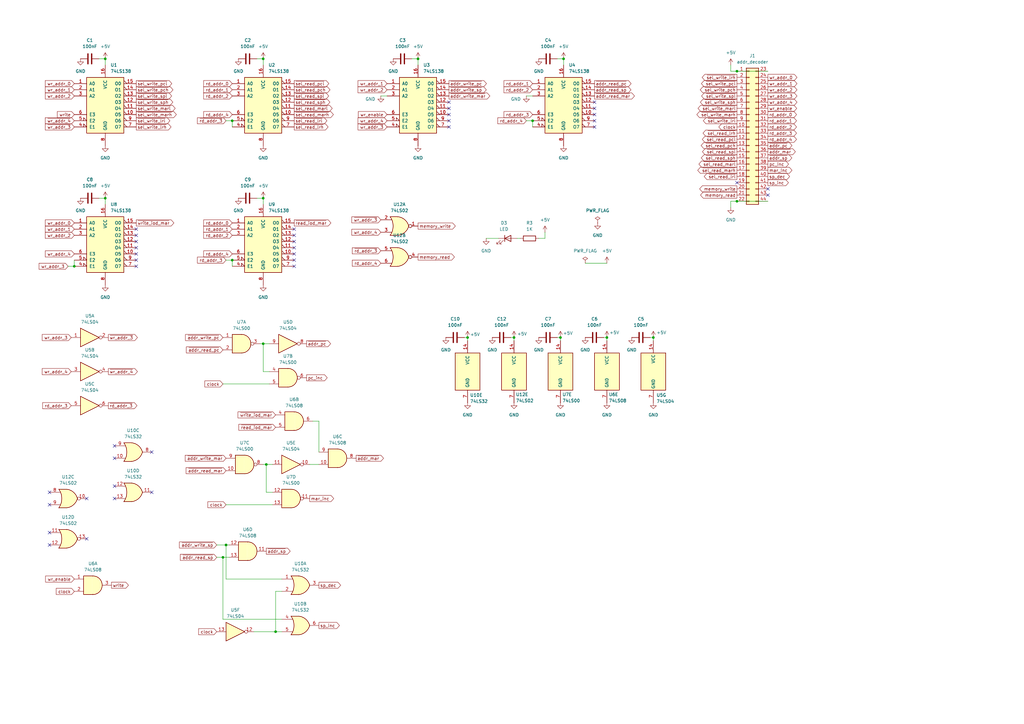
<source format=kicad_sch>
(kicad_sch (version 20250114) (generator "eeschema") (generator_version "9.0")
  (paper "A3")
  (junction (at 113.03 259.08))
  (junction (at 302.26 82.55))
  (junction (at 95.25 49.53))
  (junction (at 302.26 29.21))
  (junction (at 248.92 138.43))
  (junction (at 43.18 81.28))
  (junction (at 229.87 138.43))
  (junction (at 95.25 106.68))
  (junction (at 107.95 140.97))
  (junction (at 43.18 24.13))
  (junction (at 30.48 109.22))
  (junction (at 171.45 24.13))
  (junction (at 231.14 24.13))
  (junction (at 267.97 138.43))
  (junction (at 91.44 228.6))
  (junction (at 191.77 138.43))
  (junction (at 107.95 81.28))
  (junction (at 107.95 24.13))
  (junction (at 218.44 49.53))
  (junction (at 109.22 190.5))
  (junction (at 92.71 223.52))
  (junction (at 210.82 138.43))
  (no_connect (at 243.84 41.91))
  (no_connect (at 35.56 204.47))
  (no_connect (at 184.15 44.45))
  (no_connect (at 62.23 201.93))
  (no_connect (at 20.32 201.93))
  (no_connect (at 55.88 106.68))
  (no_connect (at 302.26 74.93))
  (no_connect (at 55.88 99.06))
  (no_connect (at 120.65 96.52))
  (no_connect (at 314.96 77.47))
  (no_connect (at 55.88 93.98))
  (no_connect (at 120.65 104.14))
  (no_connect (at 120.65 106.68))
  (no_connect (at 55.88 96.52))
  (no_connect (at 46.99 204.47))
  (no_connect (at 20.32 223.52))
  (no_connect (at 184.15 46.99))
  (no_connect (at 243.84 46.99))
  (no_connect (at 46.99 199.39))
  (no_connect (at 46.99 182.88))
  (no_connect (at 243.84 49.53))
  (no_connect (at 120.65 93.98))
  (no_connect (at 20.32 218.44))
  (no_connect (at 243.84 52.07))
  (no_connect (at 314.96 80.01))
  (no_connect (at 120.65 101.6))
  (no_connect (at 55.88 104.14))
  (no_connect (at 35.56 220.98))
  (no_connect (at 55.88 101.6))
  (no_connect (at 184.15 41.91))
  (no_connect (at 46.99 187.96))
  (no_connect (at 120.65 109.22))
  (no_connect (at 55.88 109.22))
  (no_connect (at 120.65 99.06))
  (no_connect (at 62.23 185.42))
  (no_connect (at 20.32 207.01))
  (no_connect (at 184.15 52.07))
  (no_connect (at 243.84 44.45))
  (no_connect (at 184.15 49.53))
  (wire (pts (xy 106.68 140.97) (xy 107.95 140.97)))
  (wire (pts (xy 223.52 97.79) (xy 220.98 97.79)))
  (wire (pts (xy 130.81 172.72) (xy 128.27 172.72)))
  (wire (pts (xy 105.41 24.13) (xy 107.95 24.13)))
  (wire (pts (xy 107.95 24.13) (xy 107.95 26.67)))
  (wire (pts (xy 111.76 201.93) (xy 109.22 201.93)))
  (wire (pts (xy 228.6 24.13) (xy 231.14 24.13)))
  (wire (pts (xy 171.45 24.13) (xy 171.45 26.67)))
  (wire (pts (xy 105.41 81.28) (xy 107.95 81.28)))
  (wire (pts (xy 210.82 138.43) (xy 210.82 139.7)))
  (wire (pts (xy 88.9 223.52) (xy 92.71 223.52)))
  (wire (pts (xy 91.44 228.6) (xy 93.98 228.6)))
  (wire (pts (xy 92.71 223.52) (xy 93.98 223.52)))
  (wire (pts (xy 168.91 24.13) (xy 171.45 24.13)))
  (wire (pts (xy 199.39 97.79) (xy 204.47 97.79)))
  (wire (pts (xy 231.14 24.13) (xy 231.14 26.67)))
  (wire (pts (xy 240.03 107.95) (xy 248.92 107.95)))
  (wire (pts (xy 107.95 152.4) (xy 107.95 140.97)))
  (wire (pts (xy 40.64 81.28) (xy 43.18 81.28)))
  (wire (pts (xy 191.77 138.43) (xy 191.77 139.7)))
  (wire (pts (xy 30.48 106.68) (xy 30.48 109.22)))
  (wire (pts (xy 115.57 242.57) (xy 113.03 242.57)))
  (wire (pts (xy 247.65 138.43) (xy 248.92 138.43)))
  (wire (pts (xy 130.81 185.42) (xy 130.81 172.72)))
  (wire (pts (xy 229.87 138.43) (xy 229.87 139.7)))
  (wire (pts (xy 115.57 237.49) (xy 92.71 237.49)))
  (wire (pts (xy 302.26 29.21) (xy 314.96 29.21)))
  (wire (pts (xy 215.9 49.53) (xy 218.44 49.53)))
  (wire (pts (xy 107.95 190.5) (xy 109.22 190.5)))
  (wire (pts (xy 156.21 39.37) (xy 158.75 39.37)))
  (wire (pts (xy 299.72 82.55) (xy 302.26 82.55)))
  (wire (pts (xy 95.25 49.53) (xy 95.25 52.07)))
  (wire (pts (xy 43.18 81.28) (xy 43.18 83.82)))
  (wire (pts (xy 92.71 106.68) (xy 95.25 106.68)))
  (wire (pts (xy 212.09 97.79) (xy 213.36 97.79)))
  (wire (pts (xy 109.22 190.5) (xy 111.76 190.5)))
  (wire (pts (xy 190.5 138.43) (xy 191.77 138.43)))
  (wire (pts (xy 91.44 157.48) (xy 110.49 157.48)))
  (wire (pts (xy 27.94 109.22) (xy 30.48 109.22)))
  (wire (pts (xy 127 190.5) (xy 130.81 190.5)))
  (wire (pts (xy 113.03 242.57) (xy 113.03 259.08)))
  (wire (pts (xy 91.44 254) (xy 91.44 228.6)))
  (wire (pts (xy 299.72 29.21) (xy 299.72 26.67)))
  (wire (pts (xy 107.95 140.97) (xy 110.49 140.97)))
  (wire (pts (xy 40.64 24.13) (xy 43.18 24.13)))
  (wire (pts (xy 95.25 106.68) (xy 95.25 109.22)))
  (wire (pts (xy 302.26 82.55) (xy 314.96 82.55)))
  (wire (pts (xy 107.95 81.28) (xy 107.95 83.82)))
  (wire (pts (xy 113.03 259.08) (xy 115.57 259.08)))
  (wire (pts (xy 92.71 237.49) (xy 92.71 223.52)))
  (wire (pts (xy 266.7 138.43) (xy 267.97 138.43)))
  (wire (pts (xy 302.26 29.21) (xy 299.72 29.21)))
  (wire (pts (xy 92.71 207.01) (xy 111.76 207.01)))
  (wire (pts (xy 223.52 95.25) (xy 223.52 97.79)))
  (wire (pts (xy 92.71 49.53) (xy 95.25 49.53)))
  (wire (pts (xy 228.6 138.43) (xy 229.87 138.43)))
  (wire (pts (xy 115.57 254) (xy 91.44 254)))
  (wire (pts (xy 267.97 138.43) (xy 267.97 139.7)))
  (wire (pts (xy 299.72 85.09) (xy 299.72 82.55)))
  (wire (pts (xy 110.49 152.4) (xy 107.95 152.4)))
  (wire (pts (xy 43.18 24.13) (xy 43.18 26.67)))
  (wire (pts (xy 104.14 259.08) (xy 113.03 259.08)))
  (wire (pts (xy 218.44 49.53) (xy 218.44 52.07)))
  (wire (pts (xy 88.9 228.6) (xy 91.44 228.6)))
  (wire (pts (xy 248.92 138.43) (xy 248.92 139.7)))
  (wire (pts (xy 215.9 39.37) (xy 218.44 39.37)))
  (wire (pts (xy 109.22 201.93) (xy 109.22 190.5)))
  (wire (pts (xy 209.55 138.43) (xy 210.82 138.43)))
  (global_label "wr_addr_3" (shape input) (at 27.94 109.22 180) (property "Intersheetrefs" "${INTERSHEET_REFS}" (effects (hide yes))))
  (global_label "rd_addr_0" (shape input) (at 95.25 91.44 180) (property "Intersheetrefs" "${INTERSHEET_REFS}" (effects (hide yes))))
  (global_label "rd_addr_3" (shape input) (at 218.44 46.99 180) (property "Intersheetrefs" "${INTERSHEET_REFS}" (effects (hide yes))))
  (global_label "~{sel_write_marl}" (shape output) (at 302.26 44.45 180) (property "Intersheetrefs" "${INTERSHEET_REFS}" (effects (hide yes))))
  (global_label "~{sel_write_lrl}" (shape output) (at 55.88 49.53 0) (property "Intersheetrefs" "${INTERSHEET_REFS}" (effects (hide yes))))
  (global_label "~{sel_read_spl}" (shape output) (at 120.65 39.37 0) (property "Intersheetrefs" "${INTERSHEET_REFS}" (effects (hide yes))))
  (global_label "~{sel_write_lrl}" (shape output) (at 302.26 49.53 180) (property "Intersheetrefs" "${INTERSHEET_REFS}" (effects (hide yes))))
  (global_label "rd_addr_0" (shape output) (at 314.96 46.99 0) (property "Intersheetrefs" "${INTERSHEET_REFS}" (effects (hide yes))))
  (global_label "~{sel_read_pch}" (shape output) (at 302.26 59.69 180) (property "Intersheetrefs" "${INTERSHEET_REFS}" (effects (hide yes))))
  (global_label "memory_read" (shape output) (at 302.26 80.01 180) (property "Intersheetrefs" "${INTERSHEET_REFS}" (effects (hide yes))))
  (global_label "~{addr_mar}" (shape output) (at 314.96 62.23 0) (property "Intersheetrefs" "${INTERSHEET_REFS}" (effects (hide yes))))
  (global_label "rd_addr_2" (shape output) (at 314.96 52.07 0) (property "Intersheetrefs" "${INTERSHEET_REFS}" (effects (hide yes))))
  (global_label "wr_addr_0" (shape input) (at 30.48 34.29 180) (property "Intersheetrefs" "${INTERSHEET_REFS}" (effects (hide yes))))
  (global_label "~{addr_write_mar}" (shape input) (at 92.71 187.96 180) (property "Intersheetrefs" "${INTERSHEET_REFS}" (effects (hide yes))))
  (global_label "~{sel_read_spl}" (shape output) (at 302.26 62.23 180) (property "Intersheetrefs" "${INTERSHEET_REFS}" (effects (hide yes))))
  (global_label "~{wr_addr_4}" (shape input) (at 30.48 49.53 180) (property "Intersheetrefs" "${INTERSHEET_REFS}" (effects (hide yes))))
  (global_label "~{sel_write_pch}" (shape output) (at 55.88 36.83 0) (property "Intersheetrefs" "${INTERSHEET_REFS}" (effects (hide yes))))
  (global_label "wr_addr_4" (shape input) (at 156.21 95.25 180) (property "Intersheetrefs" "${INTERSHEET_REFS}" (effects (hide yes))))
  (global_label "sp_inc" (shape output) (at 314.96 74.93 0) (property "Intersheetrefs" "${INTERSHEET_REFS}" (effects (hide yes))))
  (global_label "~{wr_addr_4}" (shape output) (at 44.45 152.4 0) (property "Intersheetrefs" "${INTERSHEET_REFS}" (effects (hide yes))))
  (global_label "~{sel_write_sph}" (shape output) (at 302.26 41.91 180) (property "Intersheetrefs" "${INTERSHEET_REFS}" (effects (hide yes))))
  (global_label "rd_addr_1" (shape input) (at 95.25 93.98 180) (property "Intersheetrefs" "${INTERSHEET_REFS}" (effects (hide yes))))
  (global_label "wr_addr_4" (shape input) (at 158.75 49.53 180) (property "Intersheetrefs" "${INTERSHEET_REFS}" (effects (hide yes))))
  (global_label "rd_addr_3" (shape input) (at 92.71 106.68 180) (property "Intersheetrefs" "${INTERSHEET_REFS}" (effects (hide yes))))
  (global_label "~{sel_read_lrl}" (shape output) (at 120.65 49.53 0) (property "Intersheetrefs" "${INTERSHEET_REFS}" (effects (hide yes))))
  (global_label "~{addr_read_sp}" (shape output) (at 243.84 36.83 0) (property "Intersheetrefs" "${INTERSHEET_REFS}" (effects (hide yes))))
  (global_label "pc_inc" (shape output) (at 314.96 67.31 0) (property "Intersheetrefs" "${INTERSHEET_REFS}" (effects (hide yes))))
  (global_label "~{addr_read_mar}" (shape output) (at 243.84 39.37 0) (property "Intersheetrefs" "${INTERSHEET_REFS}" (effects (hide yes))))
  (global_label "~{sel_write_pcl}" (shape output) (at 302.26 34.29 180) (property "Intersheetrefs" "${INTERSHEET_REFS}" (effects (hide yes))))
  (global_label "wr_addr_1" (shape input) (at 30.48 36.83 180) (property "Intersheetrefs" "${INTERSHEET_REFS}" (effects (hide yes))))
  (global_label "~{sel_write_lrh}" (shape output) (at 55.88 52.07 0) (property "Intersheetrefs" "${INTERSHEET_REFS}" (effects (hide yes))))
  (global_label "~{read_iod_mar}" (shape input) (at 113.03 175.26 180) (property "Intersheetrefs" "${INTERSHEET_REFS}" (effects (hide yes))))
  (global_label "sp_dec" (shape output) (at 314.96 72.39 0) (property "Intersheetrefs" "${INTERSHEET_REFS}" (effects (hide yes))))
  (global_label "wr_addr_4" (shape output) (at 314.96 41.91 0) (property "Intersheetrefs" "${INTERSHEET_REFS}" (effects (hide yes))))
  (global_label "wr_addr_4" (shape input) (at 29.21 152.4 180) (property "Intersheetrefs" "${INTERSHEET_REFS}" (effects (hide yes))))
  (global_label "~{wr_addr_3}" (shape input) (at 156.21 90.17 180) (property "Intersheetrefs" "${INTERSHEET_REFS}" (effects (hide yes))))
  (global_label "~{addr_write_pc}" (shape output) (at 184.15 34.29 0) (property "Intersheetrefs" "${INTERSHEET_REFS}" (effects (hide yes))))
  (global_label "wr_addr_3" (shape input) (at 29.21 138.43 180) (property "Intersheetrefs" "${INTERSHEET_REFS}" (effects (hide yes))))
  (global_label "~{rd_addr_3}" (shape input) (at 92.71 49.53 180) (property "Intersheetrefs" "${INTERSHEET_REFS}" (effects (hide yes))))
  (global_label "rd_addr_1" (shape input) (at 218.44 34.29 180) (property "Intersheetrefs" "${INTERSHEET_REFS}" (effects (hide yes))))
  (global_label "wr_addr_1" (shape output) (at 314.96 34.29 0) (property "Intersheetrefs" "${INTERSHEET_REFS}" (effects (hide yes))))
  (global_label "rd_addr_1" (shape output) (at 314.96 49.53 0) (property "Intersheetrefs" "${INTERSHEET_REFS}" (effects (hide yes))))
  (global_label "wr_addr_0" (shape output) (at 314.96 31.75 0) (property "Intersheetrefs" "${INTERSHEET_REFS}" (effects (hide yes))))
  (global_label "~{addr_read_pc}" (shape output) (at 243.84 34.29 0) (property "Intersheetrefs" "${INTERSHEET_REFS}" (effects (hide yes))))
  (global_label "write" (shape output) (at 45.72 240.03 0) (property "Intersheetrefs" "${INTERSHEET_REFS}" (effects (hide yes))))
  (global_label "~{sel_write_pcl}" (shape output) (at 55.88 34.29 0) (property "Intersheetrefs" "${INTERSHEET_REFS}" (effects (hide yes))))
  (global_label "wr_addr_3" (shape output) (at 314.96 39.37 0) (property "Intersheetrefs" "${INTERSHEET_REFS}" (effects (hide yes))))
  (global_label "wr_addr_4" (shape input) (at 30.48 104.14 180) (property "Intersheetrefs" "${INTERSHEET_REFS}" (effects (hide yes))))
  (global_label "~{addr_pc}" (shape output) (at 125.73 140.97 0) (property "Intersheetrefs" "${INTERSHEET_REFS}" (effects (hide yes))))
  (global_label "wr_addr_0" (shape input) (at 30.48 91.44 180) (property "Intersheetrefs" "${INTERSHEET_REFS}" (effects (hide yes))))
  (global_label "~{sel_read_marh}" (shape output) (at 302.26 69.85 180) (property "Intersheetrefs" "${INTERSHEET_REFS}" (effects (hide yes))))
  (global_label "~{sel_write_spl}" (shape output) (at 55.88 39.37 0) (property "Intersheetrefs" "${INTERSHEET_REFS}" (effects (hide yes))))
  (global_label "~{addr_write_sp}" (shape output) (at 184.15 36.83 0) (property "Intersheetrefs" "${INTERSHEET_REFS}" (effects (hide yes))))
  (global_label "rd_addr_3" (shape output) (at 314.96 54.61 0) (property "Intersheetrefs" "${INTERSHEET_REFS}" (effects (hide yes))))
  (global_label "~{addr_write_mar}" (shape output) (at 184.15 39.37 0) (property "Intersheetrefs" "${INTERSHEET_REFS}" (effects (hide yes))))
  (global_label "~{read_iod_mar}" (shape output) (at 120.65 91.44 0) (property "Intersheetrefs" "${INTERSHEET_REFS}" (effects (hide yes))))
  (global_label "~{sel_write_spl}" (shape output) (at 302.26 39.37 180) (property "Intersheetrefs" "${INTERSHEET_REFS}" (effects (hide yes))))
  (global_label "~{addr_read_sp}" (shape input) (at 88.9 228.6 180) (property "Intersheetrefs" "${INTERSHEET_REFS}" (effects (hide yes))))
  (global_label "~{addr_read_pc}" (shape input) (at 91.44 143.51 180) (property "Intersheetrefs" "${INTERSHEET_REFS}" (effects (hide yes))))
  (global_label "memory_read" (shape output) (at 171.45 105.41 0) (property "Intersheetrefs" "${INTERSHEET_REFS}" (effects (hide yes))))
  (global_label "rd_addr_0" (shape input) (at 95.25 34.29 180) (property "Intersheetrefs" "${INTERSHEET_REFS}" (effects (hide yes))))
  (global_label "~{addr_sp}" (shape output) (at 314.96 64.77 0) (property "Intersheetrefs" "${INTERSHEET_REFS}" (effects (hide yes))))
  (global_label "sp_inc" (shape output) (at 130.81 256.54 0) (property "Intersheetrefs" "${INTERSHEET_REFS}" (effects (hide yes))))
  (global_label "~{sel_write_marl}" (shape output) (at 55.88 44.45 0) (property "Intersheetrefs" "${INTERSHEET_REFS}" (effects (hide yes))))
  (global_label "clock" (shape output) (at 302.26 52.07 180) (property "Intersheetrefs" "${INTERSHEET_REFS}" (effects (hide yes))))
  (global_label "rd_addr_2" (shape input) (at 218.44 36.83 180) (property "Intersheetrefs" "${INTERSHEET_REFS}" (effects (hide yes))))
  (global_label "wr_enable" (shape input) (at 30.48 237.49 180) (property "Intersheetrefs" "${INTERSHEET_REFS}" (effects (hide yes))))
  (global_label "clock" (shape input) (at 88.9 259.08 180) (property "Intersheetrefs" "${INTERSHEET_REFS}" (effects (hide yes))))
  (global_label "~{sel_read_lrh}" (shape output) (at 302.26 54.61 180) (property "Intersheetrefs" "${INTERSHEET_REFS}" (effects (hide yes))))
  (global_label "~{rd_addr_3}" (shape input) (at 156.21 102.87 180) (property "Intersheetrefs" "${INTERSHEET_REFS}" (effects (hide yes))))
  (global_label "~{sel_read_marl}" (shape output) (at 302.26 67.31 180) (property "Intersheetrefs" "${INTERSHEET_REFS}" (effects (hide yes))))
  (global_label "sp_dec" (shape output) (at 130.81 240.03 0) (property "Intersheetrefs" "${INTERSHEET_REFS}" (effects (hide yes))))
  (global_label "~{sel_read_sph}" (shape output) (at 302.26 64.77 180) (property "Intersheetrefs" "${INTERSHEET_REFS}" (effects (hide yes))))
  (global_label "pc_inc" (shape output) (at 125.73 154.94 0) (property "Intersheetrefs" "${INTERSHEET_REFS}" (effects (hide yes))))
  (global_label "wr_enable" (shape output) (at 314.96 44.45 0) (property "Intersheetrefs" "${INTERSHEET_REFS}" (effects (hide yes))))
  (global_label "~{addr_write_pc}" (shape input) (at 91.44 138.43 180) (property "Intersheetrefs" "${INTERSHEET_REFS}" (effects (hide yes))))
  (global_label "~{sel_write_sph}" (shape output) (at 55.88 41.91 0) (property "Intersheetrefs" "${INTERSHEET_REFS}" (effects (hide yes))))
  (global_label "~{sel_write_marh}" (shape output) (at 55.88 46.99 0) (property "Intersheetrefs" "${INTERSHEET_REFS}" (effects (hide yes))))
  (global_label "wr_addr_2" (shape input) (at 30.48 39.37 180) (property "Intersheetrefs" "${INTERSHEET_REFS}" (effects (hide yes))))
  (global_label "~{addr_read_mar}" (shape input) (at 92.71 193.04 180) (property "Intersheetrefs" "${INTERSHEET_REFS}" (effects (hide yes))))
  (global_label "rd_addr_4" (shape input) (at 156.21 107.95 180) (property "Intersheetrefs" "${INTERSHEET_REFS}" (effects (hide yes))))
  (global_label "~{addr_write_sp}" (shape input) (at 88.9 223.52 180) (property "Intersheetrefs" "${INTERSHEET_REFS}" (effects (hide yes))))
  (global_label "~{addr_mar}" (shape output) (at 146.05 187.96 0) (property "Intersheetrefs" "${INTERSHEET_REFS}" (effects (hide yes))))
  (global_label "rd_addr_2" (shape input) (at 95.25 96.52 180) (property "Intersheetrefs" "${INTERSHEET_REFS}" (effects (hide yes))))
  (global_label "~{sel_read_marh}" (shape output) (at 120.65 46.99 0) (property "Intersheetrefs" "${INTERSHEET_REFS}" (effects (hide yes))))
  (global_label "~{sel_read_marl}" (shape output) (at 120.65 44.45 0) (property "Intersheetrefs" "${INTERSHEET_REFS}" (effects (hide yes))))
  (global_label "~{rd_addr_3}" (shape output) (at 44.45 166.37 0) (property "Intersheetrefs" "${INTERSHEET_REFS}" (effects (hide yes))))
  (global_label "wr_enable" (shape input) (at 158.75 46.99 180) (property "Intersheetrefs" "${INTERSHEET_REFS}" (effects (hide yes))))
  (global_label "~{wr_addr_3}" (shape input) (at 30.48 52.07 180) (property "Intersheetrefs" "${INTERSHEET_REFS}" (effects (hide yes))))
  (global_label "~{sel_read_lrh}" (shape output) (at 120.65 52.07 0) (property "Intersheetrefs" "${INTERSHEET_REFS}" (effects (hide yes))))
  (global_label "~{addr_pc}" (shape output) (at 314.96 59.69 0) (property "Intersheetrefs" "${INTERSHEET_REFS}" (effects (hide yes))))
  (global_label "wr_addr_1" (shape input) (at 158.75 34.29 180) (property "Intersheetrefs" "${INTERSHEET_REFS}" (effects (hide yes))))
  (global_label "clock" (shape input) (at 91.44 157.48 180) (property "Intersheetrefs" "${INTERSHEET_REFS}" (effects (hide yes))))
  (global_label "~{sel_write_lrh}" (shape output) (at 302.26 31.75 180) (property "Intersheetrefs" "${INTERSHEET_REFS}" (effects (hide yes))))
  (global_label "~{write_iod_mar}" (shape input) (at 113.03 170.18 180) (property "Intersheetrefs" "${INTERSHEET_REFS}" (effects (hide yes))))
  (global_label "rd_addr_3" (shape input) (at 29.21 166.37 180) (property "Intersheetrefs" "${INTERSHEET_REFS}" (effects (hide yes))))
  (global_label "write" (shape input) (at 30.48 46.99 180) (property "Intersheetrefs" "${INTERSHEET_REFS}" (effects (hide yes))))
  (global_label "wr_addr_2" (shape input) (at 158.75 36.83 180) (property "Intersheetrefs" "${INTERSHEET_REFS}" (effects (hide yes))))
  (global_label "wr_addr_2" (shape input) (at 30.48 96.52 180) (property "Intersheetrefs" "${INTERSHEET_REFS}" (effects (hide yes))))
  (global_label "~{sel_read_pcl}" (shape output) (at 302.26 57.15 180) (property "Intersheetrefs" "${INTERSHEET_REFS}" (effects (hide yes))))
  (global_label "rd_addr_4" (shape input) (at 95.25 46.99 180) (property "Intersheetrefs" "${INTERSHEET_REFS}" (effects (hide yes))))
  (global_label "rd_addr_2" (shape input) (at 95.25 39.37 180) (property "Intersheetrefs" "${INTERSHEET_REFS}" (effects (hide yes))))
  (global_label "~{wr_addr_3}" (shape output) (at 44.45 138.43 0) (property "Intersheetrefs" "${INTERSHEET_REFS}" (effects (hide yes))))
  (global_label "~{sel_read_lrl}" (shape output) (at 302.26 72.39 180) (property "Intersheetrefs" "${INTERSHEET_REFS}" (effects (hide yes))))
  (global_label "clock" (shape input) (at 30.48 242.57 180) (property "Intersheetrefs" "${INTERSHEET_REFS}" (effects (hide yes))))
  (global_label "mar_inc" (shape output) (at 314.96 69.85 0) (property "Intersheetrefs" "${INTERSHEET_REFS}" (effects (hide yes))))
  (global_label "wr_addr_1" (shape input) (at 30.48 93.98 180) (property "Intersheetrefs" "${INTERSHEET_REFS}" (effects (hide yes))))
  (global_label "rd_addr_1" (shape input) (at 95.25 36.83 180) (property "Intersheetrefs" "${INTERSHEET_REFS}" (effects (hide yes))))
  (global_label "~{sel_write_marh}" (shape output) (at 302.26 46.99 180) (property "Intersheetrefs" "${INTERSHEET_REFS}" (effects (hide yes))))
  (global_label "memory_write" (shape output) (at 302.26 77.47 180) (property "Intersheetrefs" "${INTERSHEET_REFS}" (effects (hide yes))))
  (global_label "~{addr_sp}" (shape output) (at 109.22 226.06 0) (property "Intersheetrefs" "${INTERSHEET_REFS}" (effects (hide yes))))
  (global_label "~{sel_read_sph}" (shape output) (at 120.65 41.91 0) (property "Intersheetrefs" "${INTERSHEET_REFS}" (effects (hide yes))))
  (global_label "rd_addr_4" (shape input) (at 215.9 49.53 180) (property "Intersheetrefs" "${INTERSHEET_REFS}" (effects (hide yes))))
  (global_label "mar_inc" (shape output) (at 127 204.47 0) (property "Intersheetrefs" "${INTERSHEET_REFS}" (effects (hide yes))))
  (global_label "memory_write" (shape output) (at 171.45 92.71 0) (property "Intersheetrefs" "${INTERSHEET_REFS}" (effects (hide yes))))
  (global_label "~{wr_addr_3}" (shape input) (at 158.75 52.07 180) (property "Intersheetrefs" "${INTERSHEET_REFS}" (effects (hide yes))))
  (global_label "clock" (shape input) (at 92.71 207.01 180) (property "Intersheetrefs" "${INTERSHEET_REFS}" (effects (hide yes))))
  (global_label "~{sel_read_pcl}" (shape output) (at 120.65 34.29 0) (property "Intersheetrefs" "${INTERSHEET_REFS}" (effects (hide yes))))
  (global_label "rd_addr_4" (shape input) (at 95.25 104.14 180) (property "Intersheetrefs" "${INTERSHEET_REFS}" (effects (hide yes))))
  (global_label "~{sel_read_pch}" (shape output) (at 120.65 36.83 0) (property "Intersheetrefs" "${INTERSHEET_REFS}" (effects (hide yes))))
  (global_label "~{write_iod_mar}" (shape output) (at 55.88 91.44 0) (property "Intersheetrefs" "${INTERSHEET_REFS}" (effects (hide yes))))
  (global_label "wr_addr_2" (shape output) (at 314.96 36.83 0) (property "Intersheetrefs" "${INTERSHEET_REFS}" (effects (hide yes))))
  (global_label "~{sel_write_pch}" (shape output) (at 302.26 36.83 180) (property "Intersheetrefs" "${INTERSHEET_REFS}" (effects (hide yes))))
  (global_label "rd_addr_4" (shape output) (at 314.96 57.15 0) (property "Intersheetrefs" "${INTERSHEET_REFS}" (effects (hide yes))))
  (symbol (lib_id "power:+5V") (at 191.77 138.43 0) (unit 1)
    (property "Reference" "#PWR031" (effects (hide yes)))
    (property "Value" "+5V" (at 194.818 137.16 0))
    (property "Description" "Power symbol creates a global label with name \"+5V\"" (effects (hide yes)))
  )
  (symbol (lib_id "power:+5V") (at 248.92 138.43 0) (unit 1)
    (property "Reference" "#PWR018" (effects (hide yes)))
    (property "Value" "+5V" (at 251.968 136.398 0))
    (property "Description" "Power symbol creates a global label with name \"+5V\"" (effects (hide yes)))
  )
  (symbol (lib_id "74xx:74LS32") (at 123.19 256.54 0) (unit 2)
    (property "Reference" "U10" (at 123.19 247.65 0))
    (property "Value" "74LS32" (at 123.19 250.19 0))
    (property "Footprint" "Package_DIP:SMDIP-14_W7.62mm" (effects (hide yes)))
    (property "Datasheet" "http://www.ti.com/lit/gpn/sn74LS32" (effects (hide yes)))
    (property "Description" "Quad 2-input OR" (effects (hide yes)))
  )
  (symbol (lib_name "GND_4") (lib_id "power:GND") (at 199.39 97.79 0) (unit 1)
    (property "Reference" "#PWR039" (effects (hide yes)))
    (property "Value" "GND" (at 199.39 102.87 0))
    (property "Description" "Power symbol creates a global label with name \"GND\" , ground" (effects (hide yes)))
  )
  (symbol (lib_id "power:GND") (at 240.03 138.43 0) (unit 1)
    (property "Reference" "#PWR017" (effects (hide yes)))
    (property "Value" "GND" (at 240.03 143.51 0))
    (property "Description" "Power symbol creates a global label with name \"GND\" , ground" (effects (hide yes)))
  )
  (symbol (lib_id "74xx:74LS138") (at 43.18 41.91 0) (unit 1)
    (property "Reference" "U1" (at 45.3233 26.67 0) (effects (justify left)))
    (property "Value" "74LS138" (at 45.3233 29.21 0) (effects (justify left)))
    (property "Footprint" "Package_DIP:SMDIP-16_W7.62mm" (effects (hide yes)))
    (property "Datasheet" "http://www.ti.com/lit/gpn/sn74LS138" (effects (hide yes)))
    (property "Description" "Decoder 3 to 8 active low outputs" (effects (hide yes)))
  )
  (symbol (lib_id "74xx:74LS02") (at 163.83 105.41 0) (unit 2)
    (property "Reference" "U12" (at 163.83 96.52 0))
    (property "Value" "74LS02" (at 163.83 99.06 0))
    (property "Footprint" "Package_DIP:SMDIP-14_W7.62mm" (effects (hide yes)))
    (property "Datasheet" "http://www.ti.com/lit/gpn/sn74ls02" (effects (hide yes)))
    (property "Description" "quad 2-input NOR gate" (effects (hide yes)))
  )
  (symbol (lib_id "power:GND") (at 161.29 24.13 0) (unit 1)
    (property "Reference" "#PWR07" (effects (hide yes)))
    (property "Value" "GND" (at 161.29 29.21 0))
    (property "Description" "Power symbol creates a global label with name \"GND\" , ground" (effects (hide yes)))
  )
  (symbol (lib_id "Device:LED") (at 208.28 97.79 0) (unit 1)
    (property "Reference" "D3" (at 206.6925 91.44 0))
    (property "Value" "LED" (at 206.6925 93.98 0))
    (property "Footprint" "LED_THT:LED_D5.0mm" (effects (hide yes)))
    (property "Description" "Light emitting diode" (effects (hide yes)))
    (property "Sim.Pins" "1=K 2=A" (effects (hide yes)))
  )
  (symbol (lib_id "74xx:74LS08") (at 138.43 187.96 0) (unit 3)
    (property "Reference" "U6" (at 138.4217 179.07 0))
    (property "Value" "74LS08" (at 138.4217 181.61 0))
    (property "Footprint" "Package_DIP:SMDIP-14_W7.62mm" (effects (hide yes)))
    (property "Datasheet" "http://www.ti.com/lit/gpn/sn74LS08" (effects (hide yes)))
    (property "Description" "Quad And2" (effects (hide yes)))
  )
  (symbol (lib_id "power:GND") (at 220.98 138.43 0) (unit 1)
    (property "Reference" "#PWR024" (effects (hide yes)))
    (property "Value" "GND" (at 220.98 143.51 0))
    (property "Description" "Power symbol creates a global label with name \"GND\" , ground" (effects (hide yes)))
  )
  (symbol (lib_id "Connector_Generic:Conn_02x22_Top_Bottom") (at 307.34 54.61 0) (unit 1)
    (property "Reference" "J1" (at 308.61 22.86 0))
    (property "Value" "addr_decoder" (at 308.61 25.4 0))
    (property "Footprint" "edge_connector:edge-connector-44" (effects (hide yes)))
  )
  (symbol (lib_id "74xx:74LS08") (at 38.1 240.03 0) (unit 1)
    (property "Reference" "U6" (at 38.0917 231.14 0))
    (property "Value" "74LS08" (at 38.0917 233.68 0))
    (property "Footprint" "Package_DIP:SMDIP-14_W7.62mm" (effects (hide yes)))
    (property "Datasheet" "http://www.ti.com/lit/gpn/sn74LS08" (effects (hide yes)))
    (property "Description" "Quad And2" (effects (hide yes)))
  )
  (symbol (lib_id "74xx:74LS02") (at 163.83 92.71 0) (unit 1)
    (property "Reference" "U12" (at 163.83 83.82 0))
    (property "Value" "74LS02" (at 163.83 86.36 0))
    (property "Footprint" "Package_DIP:SMDIP-14_W7.62mm" (effects (hide yes)))
    (property "Datasheet" "http://www.ti.com/lit/gpn/sn74ls02" (effects (hide yes)))
    (property "Description" "quad 2-input NOR gate" (effects (hide yes)))
  )
  (symbol (lib_name "+5V_3") (lib_id "power:+5V") (at 248.92 107.95 0) (unit 1)
    (property "Reference" "#PWR040" (effects (hide yes)))
    (property "Value" "+5V" (at 248.92 102.87 0))
    (property "Description" "Power symbol creates a global label with name \"+5V\"" (effects (hide yes)))
  )
  (symbol (lib_id "power:+5V") (at 171.45 24.13 0) (unit 1)
    (property "Reference" "#PWR08" (effects (hide yes)))
    (property "Value" "+5V" (at 171.45 19.05 0))
    (property "Description" "Power symbol creates a global label with name \"+5V\"" (effects (hide yes)))
  )
  (symbol (lib_name "GND_1") (lib_id "power:GND") (at 299.72 85.09 0) (unit 1)
    (property "Reference" "#PWR036" (effects (hide yes)))
    (property "Value" "GND" (at 299.72 90.17 0))
    (property "Description" "Power symbol creates a global label with name \"GND\" , ground" (effects (hide yes)))
  )
  (symbol (lib_id "Device:C") (at 165.1 24.13 90) (unit 1)
    (property "Reference" "C3" (at 165.1 16.51 90))
    (property "Value" "100nF" (at 165.1 19.05 90))
    (property "Footprint" "Capacitor_SMD:C_1206_3216Metric" (effects (hide yes)))
    (property "Description" "Unpolarized capacitor" (effects (hide yes)))
  )
  (symbol (lib_id "Device:C") (at 243.84 138.43 90) (unit 1)
    (property "Reference" "C6" (at 243.84 130.81 90))
    (property "Value" "100nF" (at 243.84 133.35 90))
    (property "Footprint" "Capacitor_SMD:C_1206_3216Metric" (effects (hide yes)))
    (property "Description" "Unpolarized capacitor" (effects (hide yes)))
  )
  (symbol (lib_id "power:+5V") (at 107.95 24.13 0) (unit 1)
    (property "Reference" "#PWR05" (effects (hide yes)))
    (property "Value" "+5V" (at 107.95 19.05 0))
    (property "Description" "Power symbol creates a global label with name \"+5V\"" (effects (hide yes)))
  )
  (symbol (lib_id "74xx:74LS138") (at 231.14 41.91 0) (unit 1)
    (property "Reference" "U4" (at 233.2833 26.67 0) (effects (justify left)))
    (property "Value" "74LS138" (at 233.2833 29.21 0) (effects (justify left)))
    (property "Footprint" "Package_DIP:SMDIP-16_W7.62mm" (effects (hide yes)))
    (property "Datasheet" "http://www.ti.com/lit/gpn/sn74LS138" (effects (hide yes)))
    (property "Description" "Decoder 3 to 8 active low outputs" (effects (hide yes)))
  )
  (symbol (lib_id "74xx:74LS32") (at 191.77 152.4 0) (unit 5)
    (property "Reference" "U10" (at 192.786 162.052 0) (effects (justify left)))
    (property "Value" "74LS32" (at 192.786 164.592 0) (effects (justify left)))
    (property "Footprint" "Package_DIP:SMDIP-14_W7.62mm" (effects (hide yes)))
    (property "Datasheet" "http://www.ti.com/lit/gpn/sn74LS32" (effects (hide yes)))
    (property "Description" "Quad 2-input OR" (effects (hide yes)))
  )
  (symbol (lib_id "74xx:74LS04") (at 36.83 152.4 0) (unit 2)
    (property "Reference" "U5" (at 36.83 143.51 0))
    (property "Value" "74LS04" (at 36.83 146.05 0))
    (property "Footprint" "Package_DIP:SMDIP-14_W7.62mm" (effects (hide yes)))
    (property "Datasheet" "http://www.ti.com/lit/gpn/sn74LS04" (effects (hide yes)))
    (property "Description" "Hex Inverter" (effects (hide yes)))
  )
  (symbol (lib_id "power:GND") (at 267.97 165.1 0) (unit 1)
    (property "Reference" "#PWR020" (effects (hide yes)))
    (property "Value" "GND" (at 267.97 170.18 0))
    (property "Description" "Power symbol creates a global label with name \"GND\" , ground" (effects (hide yes)))
  )
  (symbol (lib_id "74xx:74LS08") (at 101.6 226.06 0) (unit 4)
    (property "Reference" "U6" (at 101.5917 217.17 0))
    (property "Value" "74LS08" (at 101.5917 219.71 0))
    (property "Footprint" "Package_DIP:SMDIP-14_W7.62mm" (effects (hide yes)))
    (property "Datasheet" "http://www.ti.com/lit/gpn/sn74LS08" (effects (hide yes)))
    (property "Description" "Quad And2" (effects (hide yes)))
  )
  (symbol (lib_id "power:+5V") (at 229.87 138.43 0) (unit 1)
    (property "Reference" "#PWR025" (effects (hide yes)))
    (property "Value" "+5V" (at 232.918 136.652 0))
    (property "Description" "Power symbol creates a global label with name \"+5V\"" (effects (hide yes)))
  )
  (symbol (lib_id "power:+5V") (at 210.82 138.43 0) (unit 1)
    (property "Reference" "#PWR034" (effects (hide yes)))
    (property "Value" "+5V" (at 214.122 136.906 0))
    (property "Description" "Power symbol creates a global label with name \"+5V\"" (effects (hide yes)))
  )
  (symbol (lib_id "power:GND") (at 248.92 165.1 0) (unit 1)
    (property "Reference" "#PWR019" (effects (hide yes)))
    (property "Value" "GND" (at 248.92 170.18 0))
    (property "Description" "Power symbol creates a global label with name \"GND\" , ground" (effects (hide yes)))
  )
  (symbol (lib_id "power:GND") (at 210.82 165.1 0) (unit 1)
    (property "Reference" "#PWR035" (effects (hide yes)))
    (property "Value" "GND" (at 210.82 170.18 0))
    (property "Description" "Power symbol creates a global label with name \"GND\" , ground" (effects (hide yes)))
  )
  (symbol (lib_id "74xx:74LS04") (at 118.11 140.97 0) (unit 4)
    (property "Reference" "U5" (at 118.11 132.08 0))
    (property "Value" "74LS04" (at 118.11 134.62 0))
    (property "Footprint" "Package_DIP:SMDIP-14_W7.62mm" (effects (hide yes)))
    (property "Datasheet" "http://www.ti.com/lit/gpn/sn74LS04" (effects (hide yes)))
    (property "Description" "Hex Inverter" (effects (hide yes)))
  )
  (symbol (lib_id "Device:C") (at 36.83 24.13 90) (unit 1)
    (property "Reference" "C1" (at 36.83 16.51 90))
    (property "Value" "100nF" (at 36.83 19.05 90))
    (property "Footprint" "Capacitor_SMD:C_1206_3216Metric" (effects (hide yes)))
    (property "Description" "Unpolarized capacitor" (effects (hide yes)))
  )
  (symbol (lib_id "power:+5V") (at 267.97 138.43 0) (unit 1)
    (property "Reference" "#PWR016" (effects (hide yes)))
    (property "Value" "+5V" (at 271.272 136.398 0))
    (property "Description" "Power symbol creates a global label with name \"+5V\"" (effects (hide yes)))
  )
  (symbol (lib_id "Device:C") (at 101.6 81.28 90) (unit 1)
    (property "Reference" "C9" (at 101.6 73.66 90))
    (property "Value" "100nF" (at 101.6 76.2 90))
    (property "Footprint" "Capacitor_SMD:C_1206_3216Metric" (effects (hide yes)))
    (property "Description" "Unpolarized capacitor" (effects (hide yes)))
  )
  (symbol (lib_id "74xx:74LS32") (at 54.61 201.93 0) (unit 4)
    (property "Reference" "U10" (at 54.61 193.04 0))
    (property "Value" "74LS32" (at 54.61 195.58 0))
    (property "Footprint" "Package_DIP:SMDIP-14_W7.62mm" (effects (hide yes)))
    (property "Datasheet" "http://www.ti.com/lit/gpn/sn74LS32" (effects (hide yes)))
    (property "Description" "Quad 2-input OR" (effects (hide yes)))
  )
  (symbol (lib_id "Device:C") (at 36.83 81.28 90) (unit 1)
    (property "Reference" "C8" (at 36.83 73.66 90))
    (property "Value" "100nF" (at 36.83 76.2 90))
    (property "Footprint" "Capacitor_SMD:C_1206_3216Metric" (effects (hide yes)))
    (property "Description" "Unpolarized capacitor" (effects (hide yes)))
  )
  (symbol (lib_id "74xx:74LS00") (at 100.33 190.5 0) (unit 3)
    (property "Reference" "U7" (at 100.3217 181.61 0))
    (property "Value" "74LS00" (at 100.3217 184.15 0))
    (property "Footprint" "Package_DIP:SMDIP-14_W7.62mm" (effects (hide yes)))
    (property "Datasheet" "http://www.ti.com/lit/gpn/sn74ls00" (effects (hide yes)))
    (property "Description" "quad 2-input NAND gate" (effects (hide yes)))
  )
  (symbol (lib_id "power:GND") (at 156.21 39.37 0) (unit 1)
    (property "Reference" "#PWR010" (effects (hide yes)))
    (property "Value" "GND" (at 151.892 40.64 0))
    (property "Description" "Power symbol creates a global label with name \"GND\" , ground" (effects (hide yes)))
  )
  (symbol (lib_id "power:GND") (at 107.95 59.69 0) (unit 1)
    (property "Reference" "#PWR06" (effects (hide yes)))
    (property "Value" "GND" (at 107.95 64.77 0))
    (property "Description" "Power symbol creates a global label with name \"GND\" , ground" (effects (hide yes)))
  )
  (symbol (lib_id "power:GND") (at 43.18 116.84 0) (unit 1)
    (property "Reference" "#PWR023" (effects (hide yes)))
    (property "Value" "GND" (at 43.18 121.92 0))
    (property "Description" "Power symbol creates a global label with name \"GND\" , ground" (effects (hide yes)))
  )
  (symbol (lib_id "74xx:74LS02") (at 27.94 220.98 0) (unit 4)
    (property "Reference" "U12" (at 27.94 212.09 0))
    (property "Value" "74LS02" (at 27.94 214.63 0))
    (property "Footprint" "Package_DIP:SMDIP-14_W7.62mm" (effects (hide yes)))
    (property "Datasheet" "http://www.ti.com/lit/gpn/sn74ls02" (effects (hide yes)))
    (property "Description" "quad 2-input NOR gate" (effects (hide yes)))
  )
  (symbol (lib_id "Device:C") (at 205.74 138.43 90) (unit 1)
    (property "Reference" "C12" (at 205.74 130.81 90))
    (property "Value" "100nF" (at 205.74 133.35 90))
    (property "Footprint" "Capacitor_SMD:C_1206_3216Metric" (effects (hide yes)))
    (property "Description" "Unpolarized capacitor" (effects (hide yes)))
  )
  (symbol (lib_id "Device:C") (at 224.79 24.13 90) (unit 1)
    (property "Reference" "C4" (at 224.79 16.51 90))
    (property "Value" "100nF" (at 224.79 19.05 90))
    (property "Footprint" "Capacitor_SMD:C_1206_3216Metric" (effects (hide yes)))
    (property "Description" "Unpolarized capacitor" (effects (hide yes)))
  )
  (symbol (lib_id "Device:R") (at 217.17 97.79 90) (unit 1)
    (property "Reference" "R3" (at 217.17 91.44 90))
    (property "Value" "1K" (at 217.17 93.98 90))
    (property "Footprint" "Resistor_SMD:R_1206_3216Metric" (effects (hide yes)))
  )
  (symbol (lib_id "74xx:74LS02") (at 210.82 152.4 0) (unit 5)
    (property "Reference" "U12" (at 211.582 161.798 0) (effects (justify left)))
    (property "Value" "74LS02" (at 211.582 164.338 0) (effects (justify left)))
    (property "Footprint" "Package_DIP:SMDIP-14_W7.62mm" (effects (hide yes)))
    (property "Datasheet" "http://www.ti.com/lit/gpn/sn74ls02" (effects (hide yes)))
    (property "Description" "quad 2-input NOR gate" (effects (hide yes)))
  )
  (symbol (lib_id "74xx:74LS04") (at 36.83 138.43 0) (unit 1)
    (property "Reference" "U5" (at 36.83 129.54 0))
    (property "Value" "74LS04" (at 36.83 132.08 0))
    (property "Footprint" "Package_DIP:SMDIP-14_W7.62mm" (effects (hide yes)))
    (property "Datasheet" "http://www.ti.com/lit/gpn/sn74LS04" (effects (hide yes)))
    (property "Description" "Hex Inverter" (effects (hide yes)))
  )
  (symbol (lib_id "74xx:74LS138") (at 43.18 99.06 0) (unit 1)
    (property "Reference" "U8" (at 45.3233 83.82 0) (effects (justify left)))
    (property "Value" "74LS138" (at 45.3233 86.36 0) (effects (justify left)))
    (property "Footprint" "Package_DIP:SMDIP-16_W7.62mm" (effects (hide yes)))
    (property "Datasheet" "http://www.ti.com/lit/gpn/sn74LS138" (effects (hide yes)))
    (property "Description" "Decoder 3 to 8 active low outputs" (effects (hide yes)))
  )
  (symbol (lib_id "74xx:74LS08") (at 120.65 172.72 0) (unit 2)
    (property "Reference" "U6" (at 120.6417 163.83 0))
    (property "Value" "74LS08" (at 120.6417 166.37 0))
    (property "Footprint" "Package_DIP:SMDIP-14_W7.62mm" (effects (hide yes)))
    (property "Datasheet" "http://www.ti.com/lit/gpn/sn74LS08" (effects (hide yes)))
    (property "Description" "Quad And2" (effects (hide yes)))
  )
  (symbol (lib_id "power:GND") (at 43.18 59.69 0) (unit 1)
    (property "Reference" "#PWR03" (effects (hide yes)))
    (property "Value" "GND" (at 43.18 64.77 0))
    (property "Description" "Power symbol creates a global label with name \"GND\" , ground" (effects (hide yes)))
  )
  (symbol (lib_id "74xx:74LS04") (at 96.52 259.08 0) (unit 6)
    (property "Reference" "U5" (at 96.52 250.19 0))
    (property "Value" "74LS04" (at 96.52 252.73 0))
    (property "Footprint" "Package_DIP:SMDIP-14_W7.62mm" (effects (hide yes)))
    (property "Datasheet" "http://www.ti.com/lit/gpn/sn74LS04" (effects (hide yes)))
    (property "Description" "Hex Inverter" (effects (hide yes)))
  )
  (symbol (lib_id "power:+5V") (at 43.18 24.13 0) (unit 1)
    (property "Reference" "#PWR01" (effects (hide yes)))
    (property "Value" "+5V" (at 43.18 19.05 0))
    (property "Description" "Power symbol creates a global label with name \"+5V\"" (effects (hide yes)))
  )
  (symbol (lib_name "+5V_2") (lib_id "power:+5V") (at 299.72 26.67 0) (unit 1)
    (property "Reference" "#PWR037" (effects (hide yes)))
    (property "Value" "+5V" (at 299.72 21.59 0))
    (property "Description" "Power symbol creates a global label with name \"+5V\"" (effects (hide yes)))
  )
  (symbol (lib_id "power:GND") (at 33.02 24.13 0) (unit 1)
    (property "Reference" "#PWR02" (effects (hide yes)))
    (property "Value" "GND" (at 33.02 29.21 0))
    (property "Description" "Power symbol creates a global label with name \"GND\" , ground" (effects (hide yes)))
  )
  (symbol (lib_id "power:GND") (at 107.95 116.84 0) (unit 1)
    (property "Reference" "#PWR029" (effects (hide yes)))
    (property "Value" "GND" (at 107.95 121.92 0))
    (property "Description" "Power symbol creates a global label with name \"GND\" , ground" (effects (hide yes)))
  )
  (symbol (lib_id "74xx:74LS02") (at 27.94 204.47 0) (unit 3)
    (property "Reference" "U12" (at 27.94 195.58 0))
    (property "Value" "74LS02" (at 27.94 198.12 0))
    (property "Footprint" "Package_DIP:SMDIP-14_W7.62mm" (effects (hide yes)))
    (property "Datasheet" "http://www.ti.com/lit/gpn/sn74ls02" (effects (hide yes)))
    (property "Description" "quad 2-input NOR gate" (effects (hide yes)))
  )
  (symbol (lib_id "74xx:74LS08") (at 248.92 152.4 0) (unit 5)
    (property "Reference" "U6" (at 249.682 161.798 0) (effects (justify left)))
    (property "Value" "74LS08" (at 249.682 164.338 0) (effects (justify left)))
    (property "Footprint" "Package_DIP:SMDIP-14_W7.62mm" (effects (hide yes)))
    (property "Datasheet" "http://www.ti.com/lit/gpn/sn74LS08" (effects (hide yes)))
    (property "Description" "Quad And2" (effects (hide yes)))
  )
  (symbol (lib_id "power:GND") (at 191.77 165.1 0) (unit 1)
    (property "Reference" "#PWR032" (effects (hide yes)))
    (property "Value" "GND" (at 191.77 170.18 0))
    (property "Description" "Power symbol creates a global label with name \"GND\" , ground" (effects (hide yes)))
  )
  (symbol (lib_id "74xx:74LS138") (at 171.45 41.91 0) (unit 1)
    (property "Reference" "U3" (at 173.5933 26.67 0) (effects (justify left)))
    (property "Value" "74LS138" (at 173.5933 29.21 0) (effects (justify left)))
    (property "Footprint" "Package_DIP:SMDIP-16_W7.62mm" (effects (hide yes)))
    (property "Datasheet" "http://www.ti.com/lit/gpn/sn74LS138" (effects (hide yes)))
    (property "Description" "Decoder 3 to 8 active low outputs" (effects (hide yes)))
  )
  (symbol (lib_id "74xx:74LS138") (at 107.95 41.91 0) (unit 1)
    (property "Reference" "U2" (at 110.0933 26.67 0) (effects (justify left)))
    (property "Value" "74LS138" (at 110.0933 29.21 0) (effects (justify left)))
    (property "Footprint" "Package_DIP:SMDIP-16_W7.62mm" (effects (hide yes)))
    (property "Datasheet" "http://www.ti.com/lit/gpn/sn74LS138" (effects (hide yes)))
    (property "Description" "Decoder 3 to 8 active low outputs" (effects (hide yes)))
  )
  (symbol (lib_id "74xx:74LS04") (at 119.38 190.5 0) (unit 5)
    (property "Reference" "U5" (at 119.38 181.61 0))
    (property "Value" "74LS04" (at 119.38 184.15 0))
    (property "Footprint" "Package_DIP:SMDIP-14_W7.62mm" (effects (hide yes)))
    (property "Datasheet" "http://www.ti.com/lit/gpn/sn74LS04" (effects (hide yes)))
    (property "Description" "Hex Inverter" (effects (hide yes)))
  )
  (symbol (lib_id "74xx:74LS00") (at 119.38 204.47 0) (unit 4)
    (property "Reference" "U7" (at 119.3717 195.58 0))
    (property "Value" "74LS00" (at 119.3717 198.12 0))
    (property "Footprint" "Package_DIP:SMDIP-14_W7.62mm" (effects (hide yes)))
    (property "Datasheet" "http://www.ti.com/lit/gpn/sn74ls00" (effects (hide yes)))
    (property "Description" "quad 2-input NAND gate" (effects (hide yes)))
  )
  (symbol (lib_id "Device:C") (at 224.79 138.43 90) (unit 1)
    (property "Reference" "C7" (at 224.79 130.81 90))
    (property "Value" "100nF" (at 224.79 133.35 90))
    (property "Footprint" "Capacitor_SMD:C_1206_3216Metric" (effects (hide yes)))
    (property "Description" "Unpolarized capacitor" (effects (hide yes)))
  )
  (symbol (lib_id "power:GND") (at 97.79 81.28 0) (unit 1)
    (property "Reference" "#PWR027" (effects (hide yes)))
    (property "Value" "GND" (at 97.79 86.36 0))
    (property "Description" "Power symbol creates a global label with name \"GND\" , ground" (effects (hide yes)))
  )
  (symbol (lib_id "74xx:74LS04") (at 267.97 152.4 0) (unit 7)
    (property "Reference" "U5" (at 269.24 162.052 0) (effects (justify left)))
    (property "Value" "74LS04" (at 269.24 164.592 0) (effects (justify left)))
    (property "Footprint" "Package_DIP:SMDIP-14_W7.62mm" (effects (hide yes)))
    (property "Datasheet" "http://www.ti.com/lit/gpn/sn74LS04" (effects (hide yes)))
    (property "Description" "Hex Inverter" (effects (hide yes)))
  )
  (symbol (lib_id "74xx:74LS32") (at 123.19 240.03 0) (unit 1)
    (property "Reference" "U10" (at 123.19 231.14 0))
    (property "Value" "74LS32" (at 123.19 233.68 0))
    (property "Footprint" "Package_DIP:SMDIP-14_W7.62mm" (effects (hide yes)))
    (property "Datasheet" "http://www.ti.com/lit/gpn/sn74LS32" (effects (hide yes)))
    (property "Description" "Quad 2-input OR" (effects (hide yes)))
  )
  (symbol (lib_id "Device:C") (at 262.89 138.43 90) (unit 1)
    (property "Reference" "C5" (at 262.89 130.81 90))
    (property "Value" "100nF" (at 262.89 133.35 90))
    (property "Footprint" "Capacitor_SMD:C_1206_3216Metric" (effects (hide yes)))
    (property "Description" "Unpolarized capacitor" (effects (hide yes)))
  )
  (symbol (lib_id "power:PWR_FLAG") (at 240.03 107.95 0) (unit 1)
    (property "Reference" "#FLG01" (effects (hide yes)))
    (property "Value" "PWR_FLAG" (at 240.03 102.87 0))
    (property "Description" "Special symbol for telling ERC where power comes from" (effects (hide yes)))
  )
  (symbol (lib_id "power:GND") (at 201.93 138.43 0) (unit 1)
    (property "Reference" "#PWR033" (effects (hide yes)))
    (property "Value" "GND" (at 201.93 143.51 0))
    (property "Description" "Power symbol creates a global label with name \"GND\" , ground" (effects (hide yes)))
  )
  (symbol (lib_id "74xx:74LS00") (at 99.06 140.97 0) (unit 1)
    (property "Reference" "U7" (at 99.0517 132.08 0))
    (property "Value" "74LS00" (at 99.0517 134.62 0))
    (property "Footprint" "Package_DIP:SMDIP-14_W7.62mm" (effects (hide yes)))
    (property "Datasheet" "http://www.ti.com/lit/gpn/sn74ls00" (effects (hide yes)))
    (property "Description" "quad 2-input NAND gate" (effects (hide yes)))
  )
  (symbol (lib_id "power:GND") (at 259.08 138.43 0) (unit 1)
    (property "Reference" "#PWR015" (effects (hide yes)))
    (property "Value" "GND" (at 259.08 143.51 0))
    (property "Description" "Power symbol creates a global label with name \"GND\" , ground" (effects (hide yes)))
  )
  (symbol (lib_id "power:+5V") (at 231.14 24.13 0) (unit 1)
    (property "Reference" "#PWR013" (effects (hide yes)))
    (property "Value" "+5V" (at 231.14 19.05 0))
    (property "Description" "Power symbol creates a global label with name \"+5V\"" (effects (hide yes)))
  )
  (symbol (lib_name "GND_2") (lib_id "power:GND") (at 245.11 91.44 0) (unit 1)
    (property "Reference" "#PWR038" (effects (hide yes)))
    (property "Value" "GND" (at 245.11 96.52 0))
    (property "Description" "Power symbol creates a global label with name \"GND\" , ground" (effects (hide yes)))
  )
  (symbol (lib_id "power:GND") (at 182.88 138.43 0) (unit 1)
    (property "Reference" "#PWR030" (effects (hide yes)))
    (property "Value" "GND" (at 182.88 143.51 0))
    (property "Description" "Power symbol creates a global label with name \"GND\" , ground" (effects (hide yes)))
  )
  (symbol (lib_id "power:GND") (at 229.87 165.1 0) (unit 1)
    (property "Reference" "#PWR026" (effects (hide yes)))
    (property "Value" "GND" (at 229.87 170.18 0))
    (property "Description" "Power symbol creates a global label with name \"GND\" , ground" (effects (hide yes)))
  )
  (symbol (lib_id "power:+5V") (at 107.95 81.28 0) (unit 1)
    (property "Reference" "#PWR028" (effects (hide yes)))
    (property "Value" "+5V" (at 107.95 76.2 0))
    (property "Description" "Power symbol creates a global label with name \"+5V\"" (effects (hide yes)))
  )
  (symbol (lib_id "74xx:74LS00") (at 118.11 154.94 0) (unit 2)
    (property "Reference" "U7" (at 118.1017 146.05 0))
    (property "Value" "74LS00" (at 118.1017 148.59 0))
    (property "Footprint" "Package_DIP:SMDIP-14_W7.62mm" (effects (hide yes)))
    (property "Datasheet" "http://www.ti.com/lit/gpn/sn74ls00" (effects (hide yes)))
    (property "Description" "quad 2-input NAND gate" (effects (hide yes)))
  )
  (symbol (lib_id "74xx:74LS32") (at 54.61 185.42 0) (unit 3)
    (property "Reference" "U10" (at 54.61 176.53 0))
    (property "Value" "74LS32" (at 54.61 179.07 0))
    (property "Footprint" "Package_DIP:SMDIP-14_W7.62mm" (effects (hide yes)))
    (property "Datasheet" "http://www.ti.com/lit/gpn/sn74LS32" (effects (hide yes)))
    (property "Description" "Quad 2-input OR" (effects (hide yes)))
  )
  (symbol (lib_id "Device:C") (at 101.6 24.13 90) (unit 1)
    (property "Reference" "C2" (at 101.6 16.51 90))
    (property "Value" "100nF" (at 101.6 19.05 90))
    (property "Footprint" "Capacitor_SMD:C_1206_3216Metric" (effects (hide yes)))
    (property "Description" "Unpolarized capacitor" (effects (hide yes)))
  )
  (symbol (lib_id "74xx:74LS138") (at 107.95 99.06 0) (unit 1)
    (property "Reference" "U9" (at 110.0933 83.82 0) (effects (justify left)))
    (property "Value" "74LS138" (at 110.0933 86.36 0) (effects (justify left)))
    (property "Footprint" "Package_DIP:SMDIP-16_W7.62mm" (effects (hide yes)))
    (property "Datasheet" "http://www.ti.com/lit/gpn/sn74LS138" (effects (hide yes)))
    (property "Description" "Decoder 3 to 8 active low outputs" (effects (hide yes)))
  )
  (symbol (lib_id "power:GND") (at 97.79 24.13 0) (unit 1)
    (property "Reference" "#PWR04" (effects (hide yes)))
    (property "Value" "GND" (at 97.79 29.21 0))
    (property "Description" "Power symbol creates a global label with name \"GND\" , ground" (effects (hide yes)))
  )
  (symbol (lib_id "power:GND") (at 33.02 81.28 0) (unit 1)
    (property "Reference" "#PWR021" (effects (hide yes)))
    (property "Value" "GND" (at 33.02 86.36 0))
    (property "Description" "Power symbol creates a global label with name \"GND\" , ground" (effects (hide yes)))
  )
  (symbol (lib_id "Device:C") (at 186.69 138.43 90) (unit 1)
    (property "Reference" "C10" (at 186.69 130.81 90))
    (property "Value" "100nF" (at 186.69 133.35 90))
    (property "Footprint" "Capacitor_SMD:C_1206_3216Metric" (effects (hide yes)))
    (property "Description" "Unpolarized capacitor" (effects (hide yes)))
  )
  (symbol (lib_id "power:GND") (at 171.45 59.69 0) (unit 1)
    (property "Reference" "#PWR09" (effects (hide yes)))
    (property "Value" "GND" (at 171.45 64.77 0))
    (property "Description" "Power symbol creates a global label with name \"GND\" , ground" (effects (hide yes)))
  )
  (symbol (lib_name "+5V_5") (lib_id "power:+5V") (at 223.52 95.25 0) (unit 1)
    (property "Reference" "#PWR043" (effects (hide yes)))
    (property "Value" "+5V" (at 223.52 90.17 0))
    (property "Description" "Power symbol creates a global label with name \"+5V\"" (effects (hide yes)))
  )
  (symbol (lib_id "power:GND") (at 215.9 39.37 0) (unit 1)
    (property "Reference" "#PWR011" (effects (hide yes)))
    (property "Value" "GND" (at 211.582 40.64 0))
    (property "Description" "Power symbol creates a global label with name \"GND\" , ground" (effects (hide yes)))
  )
  (symbol (lib_id "power:GND") (at 231.14 59.69 0) (unit 1)
    (property "Reference" "#PWR014" (effects (hide yes)))
    (property "Value" "GND" (at 231.14 64.77 0))
    (property "Description" "Power symbol creates a global label with name \"GND\" , ground" (effects (hide yes)))
  )
  (symbol (lib_id "power:+5V") (at 43.18 81.28 0) (unit 1)
    (property "Reference" "#PWR022" (effects (hide yes)))
    (property "Value" "+5V" (at 43.18 76.2 0))
    (property "Description" "Power symbol creates a global label with name \"+5V\"" (effects (hide yes)))
  )
  (symbol (lib_id "power:PWR_FLAG") (at 245.11 91.44 0) (unit 1)
    (property "Reference" "#FLG02" (effects (hide yes)))
    (property "Value" "PWR_FLAG" (at 245.11 86.36 0))
    (property "Description" "Special symbol for telling ERC where power comes from" (effects (hide yes)))
  )
  (symbol (lib_id "74xx:74LS00") (at 229.87 152.4 0) (unit 5)
    (property "Reference" "U7" (at 230.632 161.798 0) (effects (justify left)))
    (property "Value" "74LS00" (at 230.632 164.338 0) (effects (justify left)))
    (property "Footprint" "Package_DIP:SMDIP-14_W7.62mm" (effects (hide yes)))
    (property "Datasheet" "http://www.ti.com/lit/gpn/sn74ls00" (effects (hide yes)))
    (property "Description" "quad 2-input NAND gate" (effects (hide yes)))
  )
  (symbol (lib_id "power:GND") (at 220.98 24.13 0) (unit 1)
    (property "Reference" "#PWR012" (effects (hide yes)))
    (property "Value" "GND" (at 220.98 29.21 0))
    (property "Description" "Power symbol creates a global label with name \"GND\" , ground" (effects (hide yes)))
  )
  (symbol (lib_id "74xx:74LS04") (at 36.83 166.37 0) (unit 3)
    (property "Reference" "U5" (at 36.83 157.48 0))
    (property "Value" "74LS04" (at 36.83 160.02 0))
    (property "Footprint" "Package_DIP:SMDIP-14_W7.62mm" (effects (hide yes)))
    (property "Datasheet" "http://www.ti.com/lit/gpn/sn74LS04" (effects (hide yes)))
    (property "Description" "Hex Inverter" (effects (hide yes)))
  )
)
</source>
